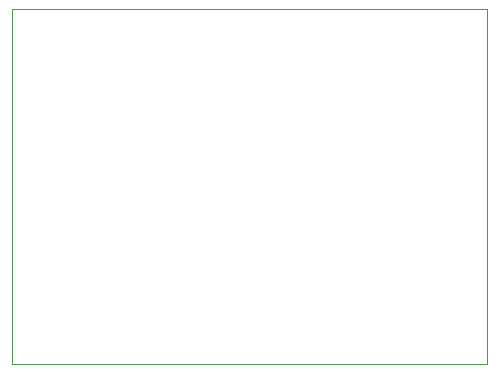
<source format=gbr>
%TF.GenerationSoftware,KiCad,Pcbnew,6.0.4-6f826c9f35~116~ubuntu18.04.1*%
%TF.CreationDate,2022-08-05T10:58:23+02:00*%
%TF.ProjectId,test,74657374-2e6b-4696-9361-645f70636258,rev?*%
%TF.SameCoordinates,Original*%
%TF.FileFunction,Profile,NP*%
%FSLAX46Y46*%
G04 Gerber Fmt 4.6, Leading zero omitted, Abs format (unit mm)*
G04 Created by KiCad (PCBNEW 6.0.4-6f826c9f35~116~ubuntu18.04.1) date 2022-08-05 10:58:23*
%MOMM*%
%LPD*%
G01*
G04 APERTURE LIST*
%TA.AperFunction,Profile*%
%ADD10C,0.100000*%
%TD*%
G04 APERTURE END LIST*
D10*
X153200000Y-77900000D02*
X112996320Y-77900000D01*
X112996320Y-77900000D02*
X112996320Y-107900000D01*
X112996320Y-107900000D02*
X153200000Y-107900000D01*
X153200000Y-107900000D02*
X153200000Y-77900000D01*
M02*

</source>
